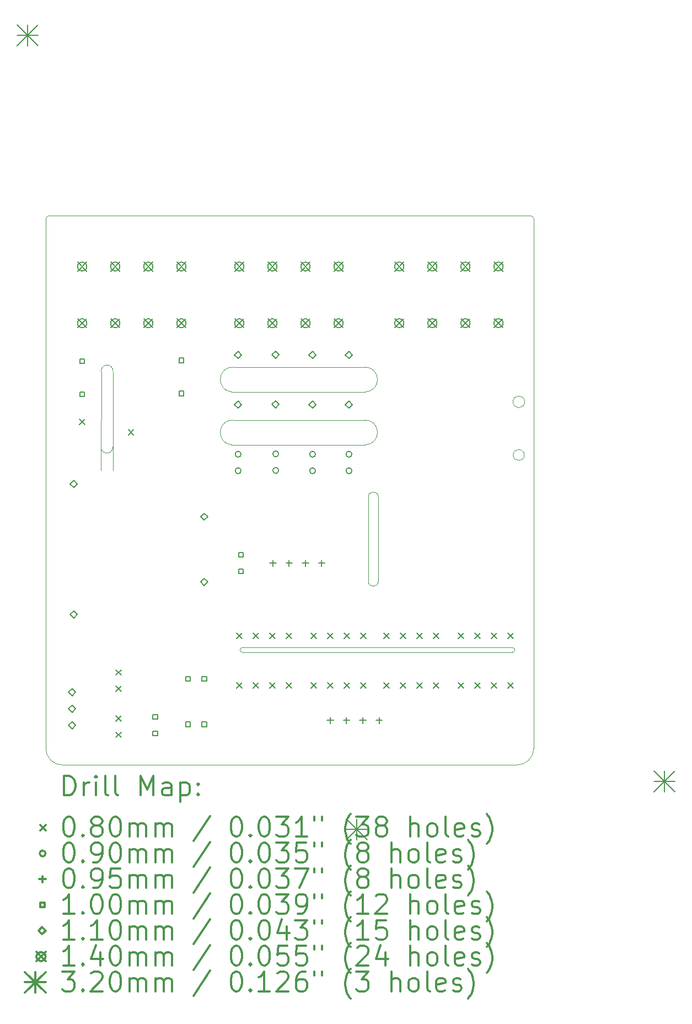
<source format=gbr>
%FSLAX45Y45*%
G04 Gerber Fmt 4.5, Leading zero omitted, Abs format (unit mm)*
G04 Created by KiCad (PCBNEW (5.1.6)-1) date 2021-11-05 18:09:48*
%MOMM*%
%LPD*%
G01*
G04 APERTURE LIST*
%TA.AperFunction,Profile*%
%ADD10C,0.050000*%
%TD*%
%TA.AperFunction,Profile*%
%ADD11C,0.100000*%
%TD*%
%ADD12C,0.200000*%
%ADD13C,0.300000*%
G04 APERTURE END LIST*
D10*
X19678650Y-13366750D02*
G75*
G02*
X19678650Y-13442950I0J-38100D01*
G01*
X15538450Y-13442950D02*
G75*
G02*
X15538450Y-13366750I0J38100D01*
G01*
X17418050Y-9061450D02*
G75*
G02*
X17418050Y-9442450I0J-190500D01*
G01*
X15371490Y-9441893D02*
G75*
G02*
X15386050Y-9061450I14560J189943D01*
G01*
D11*
X17418050Y-9442450D02*
X15371490Y-9441893D01*
X15386050Y-9061450D02*
X17418050Y-9061450D01*
D10*
X12515850Y-6788150D02*
G75*
G02*
X12566650Y-6737350I50800J0D01*
G01*
X17621250Y-12350750D02*
G75*
G02*
X17468850Y-12350750I-76200J0D01*
G01*
X17468850Y-11055350D02*
G75*
G02*
X17621250Y-11055350I76200J0D01*
G01*
D11*
X17621250Y-11055350D02*
X17621250Y-12350750D01*
X17468850Y-12350750D02*
X17468850Y-11055350D01*
X15538450Y-13366750D02*
X19678650Y-13366750D01*
X19678650Y-13442950D02*
X15538450Y-13442950D01*
D10*
X17418050Y-9874250D02*
G75*
G02*
X17418050Y-10255250I0J-190500D01*
G01*
X19958050Y-6737350D02*
G75*
G02*
X20008850Y-6788150I0J-50800D01*
G01*
X20008850Y-14916150D02*
G75*
G02*
X19754850Y-15170150I-254000J0D01*
G01*
X12769850Y-15170150D02*
G75*
G02*
X12515850Y-14916150I0J254000D01*
G01*
X19865681Y-10411120D02*
G75*
G03*
X19865681Y-10411120I-85431J0D01*
G01*
X19870053Y-9594850D02*
G75*
G03*
X19870053Y-9594850I-89803J0D01*
G01*
X15371490Y-10254693D02*
G75*
G02*
X15386050Y-9874250I14560J189943D01*
G01*
X13545650Y-10288350D02*
G75*
G02*
X13365650Y-10288350I-90000J-5000D01*
G01*
X13367650Y-9124950D02*
G75*
G02*
X13547650Y-9124950I90000J5000D01*
G01*
X13545650Y-10643950D02*
X13547650Y-9132950D01*
X13367650Y-9132950D02*
X13365650Y-10643950D01*
D11*
X15386050Y-9874250D02*
X17418050Y-9874250D01*
X17418050Y-10255250D02*
X15371490Y-10254693D01*
D10*
X12515850Y-14916150D02*
X12515850Y-6788150D01*
X19958050Y-6737350D02*
X12566650Y-6737350D01*
X19754850Y-15170150D02*
X12769850Y-15170150D01*
X20008850Y-14916150D02*
X20008850Y-6788150D01*
D12*
X15954250Y-13909350D02*
X16034250Y-13989350D01*
X16034250Y-13909350D02*
X15954250Y-13989350D01*
X17960850Y-13909350D02*
X18040850Y-13989350D01*
X18040850Y-13909350D02*
X17960850Y-13989350D01*
X18468850Y-13147350D02*
X18548850Y-13227350D01*
X18548850Y-13147350D02*
X18468850Y-13227350D01*
X18849850Y-13147350D02*
X18929850Y-13227350D01*
X18929850Y-13147350D02*
X18849850Y-13227350D01*
X18849850Y-13909350D02*
X18929850Y-13989350D01*
X18929850Y-13909350D02*
X18849850Y-13989350D01*
X19103850Y-13147350D02*
X19183850Y-13227350D01*
X19183850Y-13147350D02*
X19103850Y-13227350D01*
X19103850Y-13909350D02*
X19183850Y-13989350D01*
X19183850Y-13909350D02*
X19103850Y-13989350D01*
X19357850Y-13147350D02*
X19437850Y-13227350D01*
X19437850Y-13147350D02*
X19357850Y-13227350D01*
X19357850Y-13909350D02*
X19437850Y-13989350D01*
X19437850Y-13909350D02*
X19357850Y-13989350D01*
X19611850Y-13147350D02*
X19691850Y-13227350D01*
X19691850Y-13147350D02*
X19611850Y-13227350D01*
X19611850Y-13909350D02*
X19691850Y-13989350D01*
X19691850Y-13909350D02*
X19611850Y-13989350D01*
X13593450Y-13711750D02*
X13673450Y-13791750D01*
X13673450Y-13711750D02*
X13593450Y-13791750D01*
X13593450Y-13961750D02*
X13673450Y-14041750D01*
X13673450Y-13961750D02*
X13593450Y-14041750D01*
X13034650Y-9861417D02*
X13114650Y-9941417D01*
X13114650Y-9861417D02*
X13034650Y-9941417D01*
X13784650Y-10024750D02*
X13864650Y-10104750D01*
X13864650Y-10024750D02*
X13784650Y-10104750D01*
X13593450Y-14418950D02*
X13673450Y-14498950D01*
X13673450Y-14418950D02*
X13593450Y-14498950D01*
X13593450Y-14668950D02*
X13673450Y-14748950D01*
X13673450Y-14668950D02*
X13593450Y-14748950D01*
X15446250Y-13147350D02*
X15526250Y-13227350D01*
X15526250Y-13147350D02*
X15446250Y-13227350D01*
X15446250Y-13909350D02*
X15526250Y-13989350D01*
X15526250Y-13909350D02*
X15446250Y-13989350D01*
X15700250Y-13147350D02*
X15780250Y-13227350D01*
X15780250Y-13147350D02*
X15700250Y-13227350D01*
X15700250Y-13909350D02*
X15780250Y-13989350D01*
X15780250Y-13909350D02*
X15700250Y-13989350D01*
X15954250Y-13147350D02*
X16034250Y-13227350D01*
X16034250Y-13147350D02*
X15954250Y-13227350D01*
X16208250Y-13147350D02*
X16288250Y-13227350D01*
X16288250Y-13147350D02*
X16208250Y-13227350D01*
X16208250Y-13909350D02*
X16288250Y-13989350D01*
X16288250Y-13909350D02*
X16208250Y-13989350D01*
X17706850Y-13147350D02*
X17786850Y-13227350D01*
X17786850Y-13147350D02*
X17706850Y-13227350D01*
X17706850Y-13909350D02*
X17786850Y-13989350D01*
X17786850Y-13909350D02*
X17706850Y-13989350D01*
X17960850Y-13147350D02*
X18040850Y-13227350D01*
X18040850Y-13147350D02*
X17960850Y-13227350D01*
X18214850Y-13147350D02*
X18294850Y-13227350D01*
X18294850Y-13147350D02*
X18214850Y-13227350D01*
X18214850Y-13909350D02*
X18294850Y-13989350D01*
X18294850Y-13909350D02*
X18214850Y-13989350D01*
X18468850Y-13909350D02*
X18548850Y-13989350D01*
X18548850Y-13909350D02*
X18468850Y-13989350D01*
X16589250Y-13147350D02*
X16669250Y-13227350D01*
X16669250Y-13147350D02*
X16589250Y-13227350D01*
X16589250Y-13909350D02*
X16669250Y-13989350D01*
X16669250Y-13909350D02*
X16589250Y-13989350D01*
X16843250Y-13147350D02*
X16923250Y-13227350D01*
X16923250Y-13147350D02*
X16843250Y-13227350D01*
X16843250Y-13909350D02*
X16923250Y-13989350D01*
X16923250Y-13909350D02*
X16843250Y-13989350D01*
X17097250Y-13147350D02*
X17177250Y-13227350D01*
X17177250Y-13147350D02*
X17097250Y-13227350D01*
X17097250Y-13909350D02*
X17177250Y-13989350D01*
X17177250Y-13909350D02*
X17097250Y-13989350D01*
X17351250Y-13147350D02*
X17431250Y-13227350D01*
X17431250Y-13147350D02*
X17351250Y-13227350D01*
X17351250Y-13909350D02*
X17431250Y-13989350D01*
X17431250Y-13909350D02*
X17351250Y-13989350D01*
X15514650Y-10399350D02*
G75*
G03*
X15514650Y-10399350I-45000J0D01*
G01*
X15514650Y-10653350D02*
G75*
G03*
X15514650Y-10653350I-45000J0D01*
G01*
X17216450Y-10399350D02*
G75*
G03*
X17216450Y-10399350I-45000J0D01*
G01*
X17216450Y-10653350D02*
G75*
G03*
X17216450Y-10653350I-45000J0D01*
G01*
X16657650Y-10399350D02*
G75*
G03*
X16657650Y-10399350I-45000J0D01*
G01*
X16657650Y-10653350D02*
G75*
G03*
X16657650Y-10653350I-45000J0D01*
G01*
X16091450Y-10394950D02*
G75*
G03*
X16091450Y-10394950I-45000J0D01*
G01*
X16091450Y-10648950D02*
G75*
G03*
X16091450Y-10648950I-45000J0D01*
G01*
X16003650Y-12023850D02*
X16003650Y-12118850D01*
X15956150Y-12071350D02*
X16051150Y-12071350D01*
X16253650Y-12023850D02*
X16253650Y-12118850D01*
X16206150Y-12071350D02*
X16301150Y-12071350D01*
X16503650Y-12023850D02*
X16503650Y-12118850D01*
X16456150Y-12071350D02*
X16551150Y-12071350D01*
X16753650Y-12023850D02*
X16753650Y-12118850D01*
X16706150Y-12071350D02*
X16801150Y-12071350D01*
X16884650Y-14436850D02*
X16884650Y-14531850D01*
X16837150Y-14484350D02*
X16932150Y-14484350D01*
X17134650Y-14436850D02*
X17134650Y-14531850D01*
X17087150Y-14484350D02*
X17182150Y-14484350D01*
X17384650Y-14436850D02*
X17384650Y-14531850D01*
X17337150Y-14484350D02*
X17432150Y-14484350D01*
X17634650Y-14436850D02*
X17634650Y-14531850D01*
X17587150Y-14484350D02*
X17682150Y-14484350D01*
X14735606Y-13884706D02*
X14735606Y-13813994D01*
X14664894Y-13813994D01*
X14664894Y-13884706D01*
X14735606Y-13884706D01*
X14985606Y-13884706D02*
X14985606Y-13813994D01*
X14914894Y-13813994D01*
X14914894Y-13884706D01*
X14985606Y-13884706D01*
X14232686Y-14466366D02*
X14232686Y-14395654D01*
X14161974Y-14395654D01*
X14161974Y-14466366D01*
X14232686Y-14466366D01*
X14232686Y-14720366D02*
X14232686Y-14649654D01*
X14161974Y-14649654D01*
X14161974Y-14720366D01*
X14232686Y-14720366D01*
X14634006Y-8995206D02*
X14634006Y-8924494D01*
X14563294Y-8924494D01*
X14563294Y-8995206D01*
X14634006Y-8995206D01*
X14634006Y-9503206D02*
X14634006Y-9432494D01*
X14563294Y-9432494D01*
X14563294Y-9503206D01*
X14634006Y-9503206D01*
X15548406Y-11979706D02*
X15548406Y-11908994D01*
X15477694Y-11908994D01*
X15477694Y-11979706D01*
X15548406Y-11979706D01*
X15548406Y-12233706D02*
X15548406Y-12162994D01*
X15477694Y-12162994D01*
X15477694Y-12233706D01*
X15548406Y-12233706D01*
X13110006Y-9007906D02*
X13110006Y-8937194D01*
X13039294Y-8937194D01*
X13039294Y-9007906D01*
X13110006Y-9007906D01*
X13110006Y-9515906D02*
X13110006Y-9445194D01*
X13039294Y-9445194D01*
X13039294Y-9515906D01*
X13110006Y-9515906D01*
X14734526Y-14580666D02*
X14734526Y-14509954D01*
X14663814Y-14509954D01*
X14663814Y-14580666D01*
X14734526Y-14580666D01*
X14984526Y-14580666D02*
X14984526Y-14509954D01*
X14913814Y-14509954D01*
X14913814Y-14580666D01*
X14984526Y-14580666D01*
X12947650Y-10913750D02*
X13002650Y-10858750D01*
X12947650Y-10803750D01*
X12892650Y-10858750D01*
X12947650Y-10913750D01*
X12947650Y-12913750D02*
X13002650Y-12858750D01*
X12947650Y-12803750D01*
X12892650Y-12858750D01*
X12947650Y-12913750D01*
X14947650Y-11413750D02*
X15002650Y-11358750D01*
X14947650Y-11303750D01*
X14892650Y-11358750D01*
X14947650Y-11413750D01*
X14947650Y-12413750D02*
X15002650Y-12358750D01*
X14947650Y-12303750D01*
X14892650Y-12358750D01*
X14947650Y-12413750D01*
X15469650Y-8930350D02*
X15524650Y-8875350D01*
X15469650Y-8820350D01*
X15414650Y-8875350D01*
X15469650Y-8930350D01*
X15469650Y-9692350D02*
X15524650Y-9637350D01*
X15469650Y-9582350D01*
X15414650Y-9637350D01*
X15469650Y-9692350D01*
X17171450Y-8930350D02*
X17226450Y-8875350D01*
X17171450Y-8820350D01*
X17116450Y-8875350D01*
X17171450Y-8930350D01*
X17171450Y-9692350D02*
X17226450Y-9637350D01*
X17171450Y-9582350D01*
X17116450Y-9637350D01*
X17171450Y-9692350D01*
X16612650Y-8930350D02*
X16667650Y-8875350D01*
X16612650Y-8820350D01*
X16557650Y-8875350D01*
X16612650Y-8930350D01*
X16612650Y-9692350D02*
X16667650Y-9637350D01*
X16612650Y-9582350D01*
X16557650Y-9637350D01*
X16612650Y-9692350D01*
X12922250Y-14107550D02*
X12977250Y-14052550D01*
X12922250Y-13997550D01*
X12867250Y-14052550D01*
X12922250Y-14107550D01*
X12922250Y-14361550D02*
X12977250Y-14306550D01*
X12922250Y-14251550D01*
X12867250Y-14306550D01*
X12922250Y-14361550D01*
X12922250Y-14615550D02*
X12977250Y-14560550D01*
X12922250Y-14505550D01*
X12867250Y-14560550D01*
X12922250Y-14615550D01*
X16046450Y-8925950D02*
X16101450Y-8870950D01*
X16046450Y-8815950D01*
X15991450Y-8870950D01*
X16046450Y-8925950D01*
X16046450Y-9687950D02*
X16101450Y-9632950D01*
X16046450Y-9577950D01*
X15991450Y-9632950D01*
X16046450Y-9687950D01*
X13004650Y-7448350D02*
X13144650Y-7588350D01*
X13144650Y-7448350D02*
X13004650Y-7588350D01*
X13144650Y-7518350D02*
G75*
G03*
X13144650Y-7518350I-70000J0D01*
G01*
X13004650Y-8318350D02*
X13144650Y-8458350D01*
X13144650Y-8318350D02*
X13004650Y-8458350D01*
X13144650Y-8388350D02*
G75*
G03*
X13144650Y-8388350I-70000J0D01*
G01*
X13512650Y-7448350D02*
X13652650Y-7588350D01*
X13652650Y-7448350D02*
X13512650Y-7588350D01*
X13652650Y-7518350D02*
G75*
G03*
X13652650Y-7518350I-70000J0D01*
G01*
X13512650Y-8318350D02*
X13652650Y-8458350D01*
X13652650Y-8318350D02*
X13512650Y-8458350D01*
X13652650Y-8388350D02*
G75*
G03*
X13652650Y-8388350I-70000J0D01*
G01*
X14020650Y-7448350D02*
X14160650Y-7588350D01*
X14160650Y-7448350D02*
X14020650Y-7588350D01*
X14160650Y-7518350D02*
G75*
G03*
X14160650Y-7518350I-70000J0D01*
G01*
X14020650Y-8318350D02*
X14160650Y-8458350D01*
X14160650Y-8318350D02*
X14020650Y-8458350D01*
X14160650Y-8388350D02*
G75*
G03*
X14160650Y-8388350I-70000J0D01*
G01*
X14528650Y-7448350D02*
X14668650Y-7588350D01*
X14668650Y-7448350D02*
X14528650Y-7588350D01*
X14668650Y-7518350D02*
G75*
G03*
X14668650Y-7518350I-70000J0D01*
G01*
X14528650Y-8318350D02*
X14668650Y-8458350D01*
X14668650Y-8318350D02*
X14528650Y-8458350D01*
X14668650Y-8388350D02*
G75*
G03*
X14668650Y-8388350I-70000J0D01*
G01*
X17874350Y-7447150D02*
X18014350Y-7587150D01*
X18014350Y-7447150D02*
X17874350Y-7587150D01*
X18014350Y-7517150D02*
G75*
G03*
X18014350Y-7517150I-70000J0D01*
G01*
X17874350Y-8317150D02*
X18014350Y-8457150D01*
X18014350Y-8317150D02*
X17874350Y-8457150D01*
X18014350Y-8387150D02*
G75*
G03*
X18014350Y-8387150I-70000J0D01*
G01*
X18382350Y-7447150D02*
X18522350Y-7587150D01*
X18522350Y-7447150D02*
X18382350Y-7587150D01*
X18522350Y-7517150D02*
G75*
G03*
X18522350Y-7517150I-70000J0D01*
G01*
X18382350Y-8317150D02*
X18522350Y-8457150D01*
X18522350Y-8317150D02*
X18382350Y-8457150D01*
X18522350Y-8387150D02*
G75*
G03*
X18522350Y-8387150I-70000J0D01*
G01*
X18890350Y-7447150D02*
X19030350Y-7587150D01*
X19030350Y-7447150D02*
X18890350Y-7587150D01*
X19030350Y-7517150D02*
G75*
G03*
X19030350Y-7517150I-70000J0D01*
G01*
X18890350Y-8317150D02*
X19030350Y-8457150D01*
X19030350Y-8317150D02*
X18890350Y-8457150D01*
X19030350Y-8387150D02*
G75*
G03*
X19030350Y-8387150I-70000J0D01*
G01*
X19398350Y-7447150D02*
X19538350Y-7587150D01*
X19538350Y-7447150D02*
X19398350Y-7587150D01*
X19538350Y-7517150D02*
G75*
G03*
X19538350Y-7517150I-70000J0D01*
G01*
X19398350Y-8317150D02*
X19538350Y-8457150D01*
X19538350Y-8317150D02*
X19398350Y-8457150D01*
X19538350Y-8387150D02*
G75*
G03*
X19538350Y-8387150I-70000J0D01*
G01*
X15417650Y-7448350D02*
X15557650Y-7588350D01*
X15557650Y-7448350D02*
X15417650Y-7588350D01*
X15557650Y-7518350D02*
G75*
G03*
X15557650Y-7518350I-70000J0D01*
G01*
X15417650Y-8318350D02*
X15557650Y-8458350D01*
X15557650Y-8318350D02*
X15417650Y-8458350D01*
X15557650Y-8388350D02*
G75*
G03*
X15557650Y-8388350I-70000J0D01*
G01*
X15925650Y-7448350D02*
X16065650Y-7588350D01*
X16065650Y-7448350D02*
X15925650Y-7588350D01*
X16065650Y-7518350D02*
G75*
G03*
X16065650Y-7518350I-70000J0D01*
G01*
X15925650Y-8318350D02*
X16065650Y-8458350D01*
X16065650Y-8318350D02*
X15925650Y-8458350D01*
X16065650Y-8388350D02*
G75*
G03*
X16065650Y-8388350I-70000J0D01*
G01*
X16433650Y-7448350D02*
X16573650Y-7588350D01*
X16573650Y-7448350D02*
X16433650Y-7588350D01*
X16573650Y-7518350D02*
G75*
G03*
X16573650Y-7518350I-70000J0D01*
G01*
X16433650Y-8318350D02*
X16573650Y-8458350D01*
X16573650Y-8318350D02*
X16433650Y-8458350D01*
X16573650Y-8388350D02*
G75*
G03*
X16573650Y-8388350I-70000J0D01*
G01*
X16941650Y-7448350D02*
X17081650Y-7588350D01*
X17081650Y-7448350D02*
X16941650Y-7588350D01*
X17081650Y-7518350D02*
G75*
G03*
X17081650Y-7518350I-70000J0D01*
G01*
X16941650Y-8318350D02*
X17081650Y-8458350D01*
X17081650Y-8318350D02*
X16941650Y-8458350D01*
X17081650Y-8388350D02*
G75*
G03*
X17081650Y-8388350I-70000J0D01*
G01*
X17131050Y-16000750D02*
X17451050Y-16320750D01*
X17451050Y-16000750D02*
X17131050Y-16320750D01*
X17291050Y-16000750D02*
X17291050Y-16320750D01*
X17131050Y-16160750D02*
X17451050Y-16160750D01*
X21855450Y-15264150D02*
X22175450Y-15584150D01*
X22175450Y-15264150D02*
X21855450Y-15584150D01*
X22015450Y-15264150D02*
X22015450Y-15584150D01*
X21855450Y-15424150D02*
X22175450Y-15424150D01*
X12076450Y-3808750D02*
X12396450Y-4128750D01*
X12396450Y-3808750D02*
X12076450Y-4128750D01*
X12236450Y-3808750D02*
X12236450Y-4128750D01*
X12076450Y-3968750D02*
X12396450Y-3968750D01*
D13*
X12799778Y-15638364D02*
X12799778Y-15338364D01*
X12871207Y-15338364D01*
X12914064Y-15352650D01*
X12942636Y-15381221D01*
X12956921Y-15409793D01*
X12971207Y-15466936D01*
X12971207Y-15509793D01*
X12956921Y-15566936D01*
X12942636Y-15595507D01*
X12914064Y-15624079D01*
X12871207Y-15638364D01*
X12799778Y-15638364D01*
X13099778Y-15638364D02*
X13099778Y-15438364D01*
X13099778Y-15495507D02*
X13114064Y-15466936D01*
X13128350Y-15452650D01*
X13156921Y-15438364D01*
X13185493Y-15438364D01*
X13285493Y-15638364D02*
X13285493Y-15438364D01*
X13285493Y-15338364D02*
X13271207Y-15352650D01*
X13285493Y-15366936D01*
X13299778Y-15352650D01*
X13285493Y-15338364D01*
X13285493Y-15366936D01*
X13471207Y-15638364D02*
X13442636Y-15624079D01*
X13428350Y-15595507D01*
X13428350Y-15338364D01*
X13628350Y-15638364D02*
X13599778Y-15624079D01*
X13585493Y-15595507D01*
X13585493Y-15338364D01*
X13971207Y-15638364D02*
X13971207Y-15338364D01*
X14071207Y-15552650D01*
X14171207Y-15338364D01*
X14171207Y-15638364D01*
X14442636Y-15638364D02*
X14442636Y-15481221D01*
X14428350Y-15452650D01*
X14399778Y-15438364D01*
X14342636Y-15438364D01*
X14314064Y-15452650D01*
X14442636Y-15624079D02*
X14414064Y-15638364D01*
X14342636Y-15638364D01*
X14314064Y-15624079D01*
X14299778Y-15595507D01*
X14299778Y-15566936D01*
X14314064Y-15538364D01*
X14342636Y-15524079D01*
X14414064Y-15524079D01*
X14442636Y-15509793D01*
X14585493Y-15438364D02*
X14585493Y-15738364D01*
X14585493Y-15452650D02*
X14614064Y-15438364D01*
X14671207Y-15438364D01*
X14699778Y-15452650D01*
X14714064Y-15466936D01*
X14728350Y-15495507D01*
X14728350Y-15581221D01*
X14714064Y-15609793D01*
X14699778Y-15624079D01*
X14671207Y-15638364D01*
X14614064Y-15638364D01*
X14585493Y-15624079D01*
X14856921Y-15609793D02*
X14871207Y-15624079D01*
X14856921Y-15638364D01*
X14842636Y-15624079D01*
X14856921Y-15609793D01*
X14856921Y-15638364D01*
X14856921Y-15452650D02*
X14871207Y-15466936D01*
X14856921Y-15481221D01*
X14842636Y-15466936D01*
X14856921Y-15452650D01*
X14856921Y-15481221D01*
X12433350Y-16092650D02*
X12513350Y-16172650D01*
X12513350Y-16092650D02*
X12433350Y-16172650D01*
X12856921Y-15968364D02*
X12885493Y-15968364D01*
X12914064Y-15982650D01*
X12928350Y-15996936D01*
X12942636Y-16025507D01*
X12956921Y-16082650D01*
X12956921Y-16154079D01*
X12942636Y-16211221D01*
X12928350Y-16239793D01*
X12914064Y-16254079D01*
X12885493Y-16268364D01*
X12856921Y-16268364D01*
X12828350Y-16254079D01*
X12814064Y-16239793D01*
X12799778Y-16211221D01*
X12785493Y-16154079D01*
X12785493Y-16082650D01*
X12799778Y-16025507D01*
X12814064Y-15996936D01*
X12828350Y-15982650D01*
X12856921Y-15968364D01*
X13085493Y-16239793D02*
X13099778Y-16254079D01*
X13085493Y-16268364D01*
X13071207Y-16254079D01*
X13085493Y-16239793D01*
X13085493Y-16268364D01*
X13271207Y-16096936D02*
X13242636Y-16082650D01*
X13228350Y-16068364D01*
X13214064Y-16039793D01*
X13214064Y-16025507D01*
X13228350Y-15996936D01*
X13242636Y-15982650D01*
X13271207Y-15968364D01*
X13328350Y-15968364D01*
X13356921Y-15982650D01*
X13371207Y-15996936D01*
X13385493Y-16025507D01*
X13385493Y-16039793D01*
X13371207Y-16068364D01*
X13356921Y-16082650D01*
X13328350Y-16096936D01*
X13271207Y-16096936D01*
X13242636Y-16111221D01*
X13228350Y-16125507D01*
X13214064Y-16154079D01*
X13214064Y-16211221D01*
X13228350Y-16239793D01*
X13242636Y-16254079D01*
X13271207Y-16268364D01*
X13328350Y-16268364D01*
X13356921Y-16254079D01*
X13371207Y-16239793D01*
X13385493Y-16211221D01*
X13385493Y-16154079D01*
X13371207Y-16125507D01*
X13356921Y-16111221D01*
X13328350Y-16096936D01*
X13571207Y-15968364D02*
X13599778Y-15968364D01*
X13628350Y-15982650D01*
X13642636Y-15996936D01*
X13656921Y-16025507D01*
X13671207Y-16082650D01*
X13671207Y-16154079D01*
X13656921Y-16211221D01*
X13642636Y-16239793D01*
X13628350Y-16254079D01*
X13599778Y-16268364D01*
X13571207Y-16268364D01*
X13542636Y-16254079D01*
X13528350Y-16239793D01*
X13514064Y-16211221D01*
X13499778Y-16154079D01*
X13499778Y-16082650D01*
X13514064Y-16025507D01*
X13528350Y-15996936D01*
X13542636Y-15982650D01*
X13571207Y-15968364D01*
X13799778Y-16268364D02*
X13799778Y-16068364D01*
X13799778Y-16096936D02*
X13814064Y-16082650D01*
X13842636Y-16068364D01*
X13885493Y-16068364D01*
X13914064Y-16082650D01*
X13928350Y-16111221D01*
X13928350Y-16268364D01*
X13928350Y-16111221D02*
X13942636Y-16082650D01*
X13971207Y-16068364D01*
X14014064Y-16068364D01*
X14042636Y-16082650D01*
X14056921Y-16111221D01*
X14056921Y-16268364D01*
X14199778Y-16268364D02*
X14199778Y-16068364D01*
X14199778Y-16096936D02*
X14214064Y-16082650D01*
X14242636Y-16068364D01*
X14285493Y-16068364D01*
X14314064Y-16082650D01*
X14328350Y-16111221D01*
X14328350Y-16268364D01*
X14328350Y-16111221D02*
X14342636Y-16082650D01*
X14371207Y-16068364D01*
X14414064Y-16068364D01*
X14442636Y-16082650D01*
X14456921Y-16111221D01*
X14456921Y-16268364D01*
X15042636Y-15954079D02*
X14785493Y-16339793D01*
X15428350Y-15968364D02*
X15456921Y-15968364D01*
X15485493Y-15982650D01*
X15499778Y-15996936D01*
X15514064Y-16025507D01*
X15528350Y-16082650D01*
X15528350Y-16154079D01*
X15514064Y-16211221D01*
X15499778Y-16239793D01*
X15485493Y-16254079D01*
X15456921Y-16268364D01*
X15428350Y-16268364D01*
X15399778Y-16254079D01*
X15385493Y-16239793D01*
X15371207Y-16211221D01*
X15356921Y-16154079D01*
X15356921Y-16082650D01*
X15371207Y-16025507D01*
X15385493Y-15996936D01*
X15399778Y-15982650D01*
X15428350Y-15968364D01*
X15656921Y-16239793D02*
X15671207Y-16254079D01*
X15656921Y-16268364D01*
X15642636Y-16254079D01*
X15656921Y-16239793D01*
X15656921Y-16268364D01*
X15856921Y-15968364D02*
X15885493Y-15968364D01*
X15914064Y-15982650D01*
X15928350Y-15996936D01*
X15942636Y-16025507D01*
X15956921Y-16082650D01*
X15956921Y-16154079D01*
X15942636Y-16211221D01*
X15928350Y-16239793D01*
X15914064Y-16254079D01*
X15885493Y-16268364D01*
X15856921Y-16268364D01*
X15828350Y-16254079D01*
X15814064Y-16239793D01*
X15799778Y-16211221D01*
X15785493Y-16154079D01*
X15785493Y-16082650D01*
X15799778Y-16025507D01*
X15814064Y-15996936D01*
X15828350Y-15982650D01*
X15856921Y-15968364D01*
X16056921Y-15968364D02*
X16242636Y-15968364D01*
X16142636Y-16082650D01*
X16185493Y-16082650D01*
X16214064Y-16096936D01*
X16228350Y-16111221D01*
X16242636Y-16139793D01*
X16242636Y-16211221D01*
X16228350Y-16239793D01*
X16214064Y-16254079D01*
X16185493Y-16268364D01*
X16099778Y-16268364D01*
X16071207Y-16254079D01*
X16056921Y-16239793D01*
X16528350Y-16268364D02*
X16356921Y-16268364D01*
X16442636Y-16268364D02*
X16442636Y-15968364D01*
X16414064Y-16011221D01*
X16385493Y-16039793D01*
X16356921Y-16054079D01*
X16642636Y-15968364D02*
X16642636Y-16025507D01*
X16756921Y-15968364D02*
X16756921Y-16025507D01*
X17199778Y-16382650D02*
X17185493Y-16368364D01*
X17156921Y-16325507D01*
X17142636Y-16296936D01*
X17128350Y-16254079D01*
X17114064Y-16182650D01*
X17114064Y-16125507D01*
X17128350Y-16054079D01*
X17142636Y-16011221D01*
X17156921Y-15982650D01*
X17185493Y-15939793D01*
X17199778Y-15925507D01*
X17285493Y-15968364D02*
X17471207Y-15968364D01*
X17371207Y-16082650D01*
X17414064Y-16082650D01*
X17442636Y-16096936D01*
X17456921Y-16111221D01*
X17471207Y-16139793D01*
X17471207Y-16211221D01*
X17456921Y-16239793D01*
X17442636Y-16254079D01*
X17414064Y-16268364D01*
X17328350Y-16268364D01*
X17299778Y-16254079D01*
X17285493Y-16239793D01*
X17642636Y-16096936D02*
X17614064Y-16082650D01*
X17599778Y-16068364D01*
X17585493Y-16039793D01*
X17585493Y-16025507D01*
X17599778Y-15996936D01*
X17614064Y-15982650D01*
X17642636Y-15968364D01*
X17699778Y-15968364D01*
X17728350Y-15982650D01*
X17742636Y-15996936D01*
X17756921Y-16025507D01*
X17756921Y-16039793D01*
X17742636Y-16068364D01*
X17728350Y-16082650D01*
X17699778Y-16096936D01*
X17642636Y-16096936D01*
X17614064Y-16111221D01*
X17599778Y-16125507D01*
X17585493Y-16154079D01*
X17585493Y-16211221D01*
X17599778Y-16239793D01*
X17614064Y-16254079D01*
X17642636Y-16268364D01*
X17699778Y-16268364D01*
X17728350Y-16254079D01*
X17742636Y-16239793D01*
X17756921Y-16211221D01*
X17756921Y-16154079D01*
X17742636Y-16125507D01*
X17728350Y-16111221D01*
X17699778Y-16096936D01*
X18114064Y-16268364D02*
X18114064Y-15968364D01*
X18242636Y-16268364D02*
X18242636Y-16111221D01*
X18228350Y-16082650D01*
X18199778Y-16068364D01*
X18156921Y-16068364D01*
X18128350Y-16082650D01*
X18114064Y-16096936D01*
X18428350Y-16268364D02*
X18399778Y-16254079D01*
X18385493Y-16239793D01*
X18371207Y-16211221D01*
X18371207Y-16125507D01*
X18385493Y-16096936D01*
X18399778Y-16082650D01*
X18428350Y-16068364D01*
X18471207Y-16068364D01*
X18499778Y-16082650D01*
X18514064Y-16096936D01*
X18528350Y-16125507D01*
X18528350Y-16211221D01*
X18514064Y-16239793D01*
X18499778Y-16254079D01*
X18471207Y-16268364D01*
X18428350Y-16268364D01*
X18699778Y-16268364D02*
X18671207Y-16254079D01*
X18656921Y-16225507D01*
X18656921Y-15968364D01*
X18928350Y-16254079D02*
X18899778Y-16268364D01*
X18842636Y-16268364D01*
X18814064Y-16254079D01*
X18799778Y-16225507D01*
X18799778Y-16111221D01*
X18814064Y-16082650D01*
X18842636Y-16068364D01*
X18899778Y-16068364D01*
X18928350Y-16082650D01*
X18942636Y-16111221D01*
X18942636Y-16139793D01*
X18799778Y-16168364D01*
X19056921Y-16254079D02*
X19085493Y-16268364D01*
X19142636Y-16268364D01*
X19171207Y-16254079D01*
X19185493Y-16225507D01*
X19185493Y-16211221D01*
X19171207Y-16182650D01*
X19142636Y-16168364D01*
X19099778Y-16168364D01*
X19071207Y-16154079D01*
X19056921Y-16125507D01*
X19056921Y-16111221D01*
X19071207Y-16082650D01*
X19099778Y-16068364D01*
X19142636Y-16068364D01*
X19171207Y-16082650D01*
X19285493Y-16382650D02*
X19299778Y-16368364D01*
X19328350Y-16325507D01*
X19342636Y-16296936D01*
X19356921Y-16254079D01*
X19371207Y-16182650D01*
X19371207Y-16125507D01*
X19356921Y-16054079D01*
X19342636Y-16011221D01*
X19328350Y-15982650D01*
X19299778Y-15939793D01*
X19285493Y-15925507D01*
X12513350Y-16528650D02*
G75*
G03*
X12513350Y-16528650I-45000J0D01*
G01*
X12856921Y-16364364D02*
X12885493Y-16364364D01*
X12914064Y-16378650D01*
X12928350Y-16392936D01*
X12942636Y-16421507D01*
X12956921Y-16478650D01*
X12956921Y-16550079D01*
X12942636Y-16607221D01*
X12928350Y-16635793D01*
X12914064Y-16650079D01*
X12885493Y-16664364D01*
X12856921Y-16664364D01*
X12828350Y-16650079D01*
X12814064Y-16635793D01*
X12799778Y-16607221D01*
X12785493Y-16550079D01*
X12785493Y-16478650D01*
X12799778Y-16421507D01*
X12814064Y-16392936D01*
X12828350Y-16378650D01*
X12856921Y-16364364D01*
X13085493Y-16635793D02*
X13099778Y-16650079D01*
X13085493Y-16664364D01*
X13071207Y-16650079D01*
X13085493Y-16635793D01*
X13085493Y-16664364D01*
X13242636Y-16664364D02*
X13299778Y-16664364D01*
X13328350Y-16650079D01*
X13342636Y-16635793D01*
X13371207Y-16592936D01*
X13385493Y-16535793D01*
X13385493Y-16421507D01*
X13371207Y-16392936D01*
X13356921Y-16378650D01*
X13328350Y-16364364D01*
X13271207Y-16364364D01*
X13242636Y-16378650D01*
X13228350Y-16392936D01*
X13214064Y-16421507D01*
X13214064Y-16492936D01*
X13228350Y-16521507D01*
X13242636Y-16535793D01*
X13271207Y-16550079D01*
X13328350Y-16550079D01*
X13356921Y-16535793D01*
X13371207Y-16521507D01*
X13385493Y-16492936D01*
X13571207Y-16364364D02*
X13599778Y-16364364D01*
X13628350Y-16378650D01*
X13642636Y-16392936D01*
X13656921Y-16421507D01*
X13671207Y-16478650D01*
X13671207Y-16550079D01*
X13656921Y-16607221D01*
X13642636Y-16635793D01*
X13628350Y-16650079D01*
X13599778Y-16664364D01*
X13571207Y-16664364D01*
X13542636Y-16650079D01*
X13528350Y-16635793D01*
X13514064Y-16607221D01*
X13499778Y-16550079D01*
X13499778Y-16478650D01*
X13514064Y-16421507D01*
X13528350Y-16392936D01*
X13542636Y-16378650D01*
X13571207Y-16364364D01*
X13799778Y-16664364D02*
X13799778Y-16464364D01*
X13799778Y-16492936D02*
X13814064Y-16478650D01*
X13842636Y-16464364D01*
X13885493Y-16464364D01*
X13914064Y-16478650D01*
X13928350Y-16507221D01*
X13928350Y-16664364D01*
X13928350Y-16507221D02*
X13942636Y-16478650D01*
X13971207Y-16464364D01*
X14014064Y-16464364D01*
X14042636Y-16478650D01*
X14056921Y-16507221D01*
X14056921Y-16664364D01*
X14199778Y-16664364D02*
X14199778Y-16464364D01*
X14199778Y-16492936D02*
X14214064Y-16478650D01*
X14242636Y-16464364D01*
X14285493Y-16464364D01*
X14314064Y-16478650D01*
X14328350Y-16507221D01*
X14328350Y-16664364D01*
X14328350Y-16507221D02*
X14342636Y-16478650D01*
X14371207Y-16464364D01*
X14414064Y-16464364D01*
X14442636Y-16478650D01*
X14456921Y-16507221D01*
X14456921Y-16664364D01*
X15042636Y-16350079D02*
X14785493Y-16735793D01*
X15428350Y-16364364D02*
X15456921Y-16364364D01*
X15485493Y-16378650D01*
X15499778Y-16392936D01*
X15514064Y-16421507D01*
X15528350Y-16478650D01*
X15528350Y-16550079D01*
X15514064Y-16607221D01*
X15499778Y-16635793D01*
X15485493Y-16650079D01*
X15456921Y-16664364D01*
X15428350Y-16664364D01*
X15399778Y-16650079D01*
X15385493Y-16635793D01*
X15371207Y-16607221D01*
X15356921Y-16550079D01*
X15356921Y-16478650D01*
X15371207Y-16421507D01*
X15385493Y-16392936D01*
X15399778Y-16378650D01*
X15428350Y-16364364D01*
X15656921Y-16635793D02*
X15671207Y-16650079D01*
X15656921Y-16664364D01*
X15642636Y-16650079D01*
X15656921Y-16635793D01*
X15656921Y-16664364D01*
X15856921Y-16364364D02*
X15885493Y-16364364D01*
X15914064Y-16378650D01*
X15928350Y-16392936D01*
X15942636Y-16421507D01*
X15956921Y-16478650D01*
X15956921Y-16550079D01*
X15942636Y-16607221D01*
X15928350Y-16635793D01*
X15914064Y-16650079D01*
X15885493Y-16664364D01*
X15856921Y-16664364D01*
X15828350Y-16650079D01*
X15814064Y-16635793D01*
X15799778Y-16607221D01*
X15785493Y-16550079D01*
X15785493Y-16478650D01*
X15799778Y-16421507D01*
X15814064Y-16392936D01*
X15828350Y-16378650D01*
X15856921Y-16364364D01*
X16056921Y-16364364D02*
X16242636Y-16364364D01*
X16142636Y-16478650D01*
X16185493Y-16478650D01*
X16214064Y-16492936D01*
X16228350Y-16507221D01*
X16242636Y-16535793D01*
X16242636Y-16607221D01*
X16228350Y-16635793D01*
X16214064Y-16650079D01*
X16185493Y-16664364D01*
X16099778Y-16664364D01*
X16071207Y-16650079D01*
X16056921Y-16635793D01*
X16514064Y-16364364D02*
X16371207Y-16364364D01*
X16356921Y-16507221D01*
X16371207Y-16492936D01*
X16399778Y-16478650D01*
X16471207Y-16478650D01*
X16499778Y-16492936D01*
X16514064Y-16507221D01*
X16528350Y-16535793D01*
X16528350Y-16607221D01*
X16514064Y-16635793D01*
X16499778Y-16650079D01*
X16471207Y-16664364D01*
X16399778Y-16664364D01*
X16371207Y-16650079D01*
X16356921Y-16635793D01*
X16642636Y-16364364D02*
X16642636Y-16421507D01*
X16756921Y-16364364D02*
X16756921Y-16421507D01*
X17199778Y-16778650D02*
X17185493Y-16764364D01*
X17156921Y-16721507D01*
X17142636Y-16692936D01*
X17128350Y-16650079D01*
X17114064Y-16578650D01*
X17114064Y-16521507D01*
X17128350Y-16450079D01*
X17142636Y-16407221D01*
X17156921Y-16378650D01*
X17185493Y-16335793D01*
X17199778Y-16321507D01*
X17356921Y-16492936D02*
X17328350Y-16478650D01*
X17314064Y-16464364D01*
X17299778Y-16435793D01*
X17299778Y-16421507D01*
X17314064Y-16392936D01*
X17328350Y-16378650D01*
X17356921Y-16364364D01*
X17414064Y-16364364D01*
X17442636Y-16378650D01*
X17456921Y-16392936D01*
X17471207Y-16421507D01*
X17471207Y-16435793D01*
X17456921Y-16464364D01*
X17442636Y-16478650D01*
X17414064Y-16492936D01*
X17356921Y-16492936D01*
X17328350Y-16507221D01*
X17314064Y-16521507D01*
X17299778Y-16550079D01*
X17299778Y-16607221D01*
X17314064Y-16635793D01*
X17328350Y-16650079D01*
X17356921Y-16664364D01*
X17414064Y-16664364D01*
X17442636Y-16650079D01*
X17456921Y-16635793D01*
X17471207Y-16607221D01*
X17471207Y-16550079D01*
X17456921Y-16521507D01*
X17442636Y-16507221D01*
X17414064Y-16492936D01*
X17828350Y-16664364D02*
X17828350Y-16364364D01*
X17956921Y-16664364D02*
X17956921Y-16507221D01*
X17942636Y-16478650D01*
X17914064Y-16464364D01*
X17871207Y-16464364D01*
X17842636Y-16478650D01*
X17828350Y-16492936D01*
X18142636Y-16664364D02*
X18114064Y-16650079D01*
X18099778Y-16635793D01*
X18085493Y-16607221D01*
X18085493Y-16521507D01*
X18099778Y-16492936D01*
X18114064Y-16478650D01*
X18142636Y-16464364D01*
X18185493Y-16464364D01*
X18214064Y-16478650D01*
X18228350Y-16492936D01*
X18242636Y-16521507D01*
X18242636Y-16607221D01*
X18228350Y-16635793D01*
X18214064Y-16650079D01*
X18185493Y-16664364D01*
X18142636Y-16664364D01*
X18414064Y-16664364D02*
X18385493Y-16650079D01*
X18371207Y-16621507D01*
X18371207Y-16364364D01*
X18642636Y-16650079D02*
X18614064Y-16664364D01*
X18556921Y-16664364D01*
X18528350Y-16650079D01*
X18514064Y-16621507D01*
X18514064Y-16507221D01*
X18528350Y-16478650D01*
X18556921Y-16464364D01*
X18614064Y-16464364D01*
X18642636Y-16478650D01*
X18656921Y-16507221D01*
X18656921Y-16535793D01*
X18514064Y-16564364D01*
X18771207Y-16650079D02*
X18799778Y-16664364D01*
X18856921Y-16664364D01*
X18885493Y-16650079D01*
X18899778Y-16621507D01*
X18899778Y-16607221D01*
X18885493Y-16578650D01*
X18856921Y-16564364D01*
X18814064Y-16564364D01*
X18785493Y-16550079D01*
X18771207Y-16521507D01*
X18771207Y-16507221D01*
X18785493Y-16478650D01*
X18814064Y-16464364D01*
X18856921Y-16464364D01*
X18885493Y-16478650D01*
X18999778Y-16778650D02*
X19014064Y-16764364D01*
X19042636Y-16721507D01*
X19056921Y-16692936D01*
X19071207Y-16650079D01*
X19085493Y-16578650D01*
X19085493Y-16521507D01*
X19071207Y-16450079D01*
X19056921Y-16407221D01*
X19042636Y-16378650D01*
X19014064Y-16335793D01*
X18999778Y-16321507D01*
X12465850Y-16877150D02*
X12465850Y-16972150D01*
X12418350Y-16924650D02*
X12513350Y-16924650D01*
X12856921Y-16760364D02*
X12885493Y-16760364D01*
X12914064Y-16774650D01*
X12928350Y-16788936D01*
X12942636Y-16817507D01*
X12956921Y-16874650D01*
X12956921Y-16946079D01*
X12942636Y-17003222D01*
X12928350Y-17031793D01*
X12914064Y-17046079D01*
X12885493Y-17060364D01*
X12856921Y-17060364D01*
X12828350Y-17046079D01*
X12814064Y-17031793D01*
X12799778Y-17003222D01*
X12785493Y-16946079D01*
X12785493Y-16874650D01*
X12799778Y-16817507D01*
X12814064Y-16788936D01*
X12828350Y-16774650D01*
X12856921Y-16760364D01*
X13085493Y-17031793D02*
X13099778Y-17046079D01*
X13085493Y-17060364D01*
X13071207Y-17046079D01*
X13085493Y-17031793D01*
X13085493Y-17060364D01*
X13242636Y-17060364D02*
X13299778Y-17060364D01*
X13328350Y-17046079D01*
X13342636Y-17031793D01*
X13371207Y-16988936D01*
X13385493Y-16931793D01*
X13385493Y-16817507D01*
X13371207Y-16788936D01*
X13356921Y-16774650D01*
X13328350Y-16760364D01*
X13271207Y-16760364D01*
X13242636Y-16774650D01*
X13228350Y-16788936D01*
X13214064Y-16817507D01*
X13214064Y-16888936D01*
X13228350Y-16917507D01*
X13242636Y-16931793D01*
X13271207Y-16946079D01*
X13328350Y-16946079D01*
X13356921Y-16931793D01*
X13371207Y-16917507D01*
X13385493Y-16888936D01*
X13656921Y-16760364D02*
X13514064Y-16760364D01*
X13499778Y-16903222D01*
X13514064Y-16888936D01*
X13542636Y-16874650D01*
X13614064Y-16874650D01*
X13642636Y-16888936D01*
X13656921Y-16903222D01*
X13671207Y-16931793D01*
X13671207Y-17003222D01*
X13656921Y-17031793D01*
X13642636Y-17046079D01*
X13614064Y-17060364D01*
X13542636Y-17060364D01*
X13514064Y-17046079D01*
X13499778Y-17031793D01*
X13799778Y-17060364D02*
X13799778Y-16860364D01*
X13799778Y-16888936D02*
X13814064Y-16874650D01*
X13842636Y-16860364D01*
X13885493Y-16860364D01*
X13914064Y-16874650D01*
X13928350Y-16903222D01*
X13928350Y-17060364D01*
X13928350Y-16903222D02*
X13942636Y-16874650D01*
X13971207Y-16860364D01*
X14014064Y-16860364D01*
X14042636Y-16874650D01*
X14056921Y-16903222D01*
X14056921Y-17060364D01*
X14199778Y-17060364D02*
X14199778Y-16860364D01*
X14199778Y-16888936D02*
X14214064Y-16874650D01*
X14242636Y-16860364D01*
X14285493Y-16860364D01*
X14314064Y-16874650D01*
X14328350Y-16903222D01*
X14328350Y-17060364D01*
X14328350Y-16903222D02*
X14342636Y-16874650D01*
X14371207Y-16860364D01*
X14414064Y-16860364D01*
X14442636Y-16874650D01*
X14456921Y-16903222D01*
X14456921Y-17060364D01*
X15042636Y-16746079D02*
X14785493Y-17131793D01*
X15428350Y-16760364D02*
X15456921Y-16760364D01*
X15485493Y-16774650D01*
X15499778Y-16788936D01*
X15514064Y-16817507D01*
X15528350Y-16874650D01*
X15528350Y-16946079D01*
X15514064Y-17003222D01*
X15499778Y-17031793D01*
X15485493Y-17046079D01*
X15456921Y-17060364D01*
X15428350Y-17060364D01*
X15399778Y-17046079D01*
X15385493Y-17031793D01*
X15371207Y-17003222D01*
X15356921Y-16946079D01*
X15356921Y-16874650D01*
X15371207Y-16817507D01*
X15385493Y-16788936D01*
X15399778Y-16774650D01*
X15428350Y-16760364D01*
X15656921Y-17031793D02*
X15671207Y-17046079D01*
X15656921Y-17060364D01*
X15642636Y-17046079D01*
X15656921Y-17031793D01*
X15656921Y-17060364D01*
X15856921Y-16760364D02*
X15885493Y-16760364D01*
X15914064Y-16774650D01*
X15928350Y-16788936D01*
X15942636Y-16817507D01*
X15956921Y-16874650D01*
X15956921Y-16946079D01*
X15942636Y-17003222D01*
X15928350Y-17031793D01*
X15914064Y-17046079D01*
X15885493Y-17060364D01*
X15856921Y-17060364D01*
X15828350Y-17046079D01*
X15814064Y-17031793D01*
X15799778Y-17003222D01*
X15785493Y-16946079D01*
X15785493Y-16874650D01*
X15799778Y-16817507D01*
X15814064Y-16788936D01*
X15828350Y-16774650D01*
X15856921Y-16760364D01*
X16056921Y-16760364D02*
X16242636Y-16760364D01*
X16142636Y-16874650D01*
X16185493Y-16874650D01*
X16214064Y-16888936D01*
X16228350Y-16903222D01*
X16242636Y-16931793D01*
X16242636Y-17003222D01*
X16228350Y-17031793D01*
X16214064Y-17046079D01*
X16185493Y-17060364D01*
X16099778Y-17060364D01*
X16071207Y-17046079D01*
X16056921Y-17031793D01*
X16342636Y-16760364D02*
X16542636Y-16760364D01*
X16414064Y-17060364D01*
X16642636Y-16760364D02*
X16642636Y-16817507D01*
X16756921Y-16760364D02*
X16756921Y-16817507D01*
X17199778Y-17174650D02*
X17185493Y-17160364D01*
X17156921Y-17117507D01*
X17142636Y-17088936D01*
X17128350Y-17046079D01*
X17114064Y-16974650D01*
X17114064Y-16917507D01*
X17128350Y-16846079D01*
X17142636Y-16803222D01*
X17156921Y-16774650D01*
X17185493Y-16731793D01*
X17199778Y-16717507D01*
X17356921Y-16888936D02*
X17328350Y-16874650D01*
X17314064Y-16860364D01*
X17299778Y-16831793D01*
X17299778Y-16817507D01*
X17314064Y-16788936D01*
X17328350Y-16774650D01*
X17356921Y-16760364D01*
X17414064Y-16760364D01*
X17442636Y-16774650D01*
X17456921Y-16788936D01*
X17471207Y-16817507D01*
X17471207Y-16831793D01*
X17456921Y-16860364D01*
X17442636Y-16874650D01*
X17414064Y-16888936D01*
X17356921Y-16888936D01*
X17328350Y-16903222D01*
X17314064Y-16917507D01*
X17299778Y-16946079D01*
X17299778Y-17003222D01*
X17314064Y-17031793D01*
X17328350Y-17046079D01*
X17356921Y-17060364D01*
X17414064Y-17060364D01*
X17442636Y-17046079D01*
X17456921Y-17031793D01*
X17471207Y-17003222D01*
X17471207Y-16946079D01*
X17456921Y-16917507D01*
X17442636Y-16903222D01*
X17414064Y-16888936D01*
X17828350Y-17060364D02*
X17828350Y-16760364D01*
X17956921Y-17060364D02*
X17956921Y-16903222D01*
X17942636Y-16874650D01*
X17914064Y-16860364D01*
X17871207Y-16860364D01*
X17842636Y-16874650D01*
X17828350Y-16888936D01*
X18142636Y-17060364D02*
X18114064Y-17046079D01*
X18099778Y-17031793D01*
X18085493Y-17003222D01*
X18085493Y-16917507D01*
X18099778Y-16888936D01*
X18114064Y-16874650D01*
X18142636Y-16860364D01*
X18185493Y-16860364D01*
X18214064Y-16874650D01*
X18228350Y-16888936D01*
X18242636Y-16917507D01*
X18242636Y-17003222D01*
X18228350Y-17031793D01*
X18214064Y-17046079D01*
X18185493Y-17060364D01*
X18142636Y-17060364D01*
X18414064Y-17060364D02*
X18385493Y-17046079D01*
X18371207Y-17017507D01*
X18371207Y-16760364D01*
X18642636Y-17046079D02*
X18614064Y-17060364D01*
X18556921Y-17060364D01*
X18528350Y-17046079D01*
X18514064Y-17017507D01*
X18514064Y-16903222D01*
X18528350Y-16874650D01*
X18556921Y-16860364D01*
X18614064Y-16860364D01*
X18642636Y-16874650D01*
X18656921Y-16903222D01*
X18656921Y-16931793D01*
X18514064Y-16960364D01*
X18771207Y-17046079D02*
X18799778Y-17060364D01*
X18856921Y-17060364D01*
X18885493Y-17046079D01*
X18899778Y-17017507D01*
X18899778Y-17003222D01*
X18885493Y-16974650D01*
X18856921Y-16960364D01*
X18814064Y-16960364D01*
X18785493Y-16946079D01*
X18771207Y-16917507D01*
X18771207Y-16903222D01*
X18785493Y-16874650D01*
X18814064Y-16860364D01*
X18856921Y-16860364D01*
X18885493Y-16874650D01*
X18999778Y-17174650D02*
X19014064Y-17160364D01*
X19042636Y-17117507D01*
X19056921Y-17088936D01*
X19071207Y-17046079D01*
X19085493Y-16974650D01*
X19085493Y-16917507D01*
X19071207Y-16846079D01*
X19056921Y-16803222D01*
X19042636Y-16774650D01*
X19014064Y-16731793D01*
X18999778Y-16717507D01*
X12498706Y-17356006D02*
X12498706Y-17285294D01*
X12427994Y-17285294D01*
X12427994Y-17356006D01*
X12498706Y-17356006D01*
X12956921Y-17456364D02*
X12785493Y-17456364D01*
X12871207Y-17456364D02*
X12871207Y-17156364D01*
X12842636Y-17199222D01*
X12814064Y-17227793D01*
X12785493Y-17242079D01*
X13085493Y-17427793D02*
X13099778Y-17442079D01*
X13085493Y-17456364D01*
X13071207Y-17442079D01*
X13085493Y-17427793D01*
X13085493Y-17456364D01*
X13285493Y-17156364D02*
X13314064Y-17156364D01*
X13342636Y-17170650D01*
X13356921Y-17184936D01*
X13371207Y-17213507D01*
X13385493Y-17270650D01*
X13385493Y-17342079D01*
X13371207Y-17399222D01*
X13356921Y-17427793D01*
X13342636Y-17442079D01*
X13314064Y-17456364D01*
X13285493Y-17456364D01*
X13256921Y-17442079D01*
X13242636Y-17427793D01*
X13228350Y-17399222D01*
X13214064Y-17342079D01*
X13214064Y-17270650D01*
X13228350Y-17213507D01*
X13242636Y-17184936D01*
X13256921Y-17170650D01*
X13285493Y-17156364D01*
X13571207Y-17156364D02*
X13599778Y-17156364D01*
X13628350Y-17170650D01*
X13642636Y-17184936D01*
X13656921Y-17213507D01*
X13671207Y-17270650D01*
X13671207Y-17342079D01*
X13656921Y-17399222D01*
X13642636Y-17427793D01*
X13628350Y-17442079D01*
X13599778Y-17456364D01*
X13571207Y-17456364D01*
X13542636Y-17442079D01*
X13528350Y-17427793D01*
X13514064Y-17399222D01*
X13499778Y-17342079D01*
X13499778Y-17270650D01*
X13514064Y-17213507D01*
X13528350Y-17184936D01*
X13542636Y-17170650D01*
X13571207Y-17156364D01*
X13799778Y-17456364D02*
X13799778Y-17256364D01*
X13799778Y-17284936D02*
X13814064Y-17270650D01*
X13842636Y-17256364D01*
X13885493Y-17256364D01*
X13914064Y-17270650D01*
X13928350Y-17299222D01*
X13928350Y-17456364D01*
X13928350Y-17299222D02*
X13942636Y-17270650D01*
X13971207Y-17256364D01*
X14014064Y-17256364D01*
X14042636Y-17270650D01*
X14056921Y-17299222D01*
X14056921Y-17456364D01*
X14199778Y-17456364D02*
X14199778Y-17256364D01*
X14199778Y-17284936D02*
X14214064Y-17270650D01*
X14242636Y-17256364D01*
X14285493Y-17256364D01*
X14314064Y-17270650D01*
X14328350Y-17299222D01*
X14328350Y-17456364D01*
X14328350Y-17299222D02*
X14342636Y-17270650D01*
X14371207Y-17256364D01*
X14414064Y-17256364D01*
X14442636Y-17270650D01*
X14456921Y-17299222D01*
X14456921Y-17456364D01*
X15042636Y-17142079D02*
X14785493Y-17527793D01*
X15428350Y-17156364D02*
X15456921Y-17156364D01*
X15485493Y-17170650D01*
X15499778Y-17184936D01*
X15514064Y-17213507D01*
X15528350Y-17270650D01*
X15528350Y-17342079D01*
X15514064Y-17399222D01*
X15499778Y-17427793D01*
X15485493Y-17442079D01*
X15456921Y-17456364D01*
X15428350Y-17456364D01*
X15399778Y-17442079D01*
X15385493Y-17427793D01*
X15371207Y-17399222D01*
X15356921Y-17342079D01*
X15356921Y-17270650D01*
X15371207Y-17213507D01*
X15385493Y-17184936D01*
X15399778Y-17170650D01*
X15428350Y-17156364D01*
X15656921Y-17427793D02*
X15671207Y-17442079D01*
X15656921Y-17456364D01*
X15642636Y-17442079D01*
X15656921Y-17427793D01*
X15656921Y-17456364D01*
X15856921Y-17156364D02*
X15885493Y-17156364D01*
X15914064Y-17170650D01*
X15928350Y-17184936D01*
X15942636Y-17213507D01*
X15956921Y-17270650D01*
X15956921Y-17342079D01*
X15942636Y-17399222D01*
X15928350Y-17427793D01*
X15914064Y-17442079D01*
X15885493Y-17456364D01*
X15856921Y-17456364D01*
X15828350Y-17442079D01*
X15814064Y-17427793D01*
X15799778Y-17399222D01*
X15785493Y-17342079D01*
X15785493Y-17270650D01*
X15799778Y-17213507D01*
X15814064Y-17184936D01*
X15828350Y-17170650D01*
X15856921Y-17156364D01*
X16056921Y-17156364D02*
X16242636Y-17156364D01*
X16142636Y-17270650D01*
X16185493Y-17270650D01*
X16214064Y-17284936D01*
X16228350Y-17299222D01*
X16242636Y-17327793D01*
X16242636Y-17399222D01*
X16228350Y-17427793D01*
X16214064Y-17442079D01*
X16185493Y-17456364D01*
X16099778Y-17456364D01*
X16071207Y-17442079D01*
X16056921Y-17427793D01*
X16385493Y-17456364D02*
X16442636Y-17456364D01*
X16471207Y-17442079D01*
X16485493Y-17427793D01*
X16514064Y-17384936D01*
X16528350Y-17327793D01*
X16528350Y-17213507D01*
X16514064Y-17184936D01*
X16499778Y-17170650D01*
X16471207Y-17156364D01*
X16414064Y-17156364D01*
X16385493Y-17170650D01*
X16371207Y-17184936D01*
X16356921Y-17213507D01*
X16356921Y-17284936D01*
X16371207Y-17313507D01*
X16385493Y-17327793D01*
X16414064Y-17342079D01*
X16471207Y-17342079D01*
X16499778Y-17327793D01*
X16514064Y-17313507D01*
X16528350Y-17284936D01*
X16642636Y-17156364D02*
X16642636Y-17213507D01*
X16756921Y-17156364D02*
X16756921Y-17213507D01*
X17199778Y-17570650D02*
X17185493Y-17556364D01*
X17156921Y-17513507D01*
X17142636Y-17484936D01*
X17128350Y-17442079D01*
X17114064Y-17370650D01*
X17114064Y-17313507D01*
X17128350Y-17242079D01*
X17142636Y-17199222D01*
X17156921Y-17170650D01*
X17185493Y-17127793D01*
X17199778Y-17113507D01*
X17471207Y-17456364D02*
X17299778Y-17456364D01*
X17385493Y-17456364D02*
X17385493Y-17156364D01*
X17356921Y-17199222D01*
X17328350Y-17227793D01*
X17299778Y-17242079D01*
X17585493Y-17184936D02*
X17599778Y-17170650D01*
X17628350Y-17156364D01*
X17699778Y-17156364D01*
X17728350Y-17170650D01*
X17742636Y-17184936D01*
X17756921Y-17213507D01*
X17756921Y-17242079D01*
X17742636Y-17284936D01*
X17571207Y-17456364D01*
X17756921Y-17456364D01*
X18114064Y-17456364D02*
X18114064Y-17156364D01*
X18242636Y-17456364D02*
X18242636Y-17299222D01*
X18228350Y-17270650D01*
X18199778Y-17256364D01*
X18156921Y-17256364D01*
X18128350Y-17270650D01*
X18114064Y-17284936D01*
X18428350Y-17456364D02*
X18399778Y-17442079D01*
X18385493Y-17427793D01*
X18371207Y-17399222D01*
X18371207Y-17313507D01*
X18385493Y-17284936D01*
X18399778Y-17270650D01*
X18428350Y-17256364D01*
X18471207Y-17256364D01*
X18499778Y-17270650D01*
X18514064Y-17284936D01*
X18528350Y-17313507D01*
X18528350Y-17399222D01*
X18514064Y-17427793D01*
X18499778Y-17442079D01*
X18471207Y-17456364D01*
X18428350Y-17456364D01*
X18699778Y-17456364D02*
X18671207Y-17442079D01*
X18656921Y-17413507D01*
X18656921Y-17156364D01*
X18928350Y-17442079D02*
X18899778Y-17456364D01*
X18842636Y-17456364D01*
X18814064Y-17442079D01*
X18799778Y-17413507D01*
X18799778Y-17299222D01*
X18814064Y-17270650D01*
X18842636Y-17256364D01*
X18899778Y-17256364D01*
X18928350Y-17270650D01*
X18942636Y-17299222D01*
X18942636Y-17327793D01*
X18799778Y-17356364D01*
X19056921Y-17442079D02*
X19085493Y-17456364D01*
X19142636Y-17456364D01*
X19171207Y-17442079D01*
X19185493Y-17413507D01*
X19185493Y-17399222D01*
X19171207Y-17370650D01*
X19142636Y-17356364D01*
X19099778Y-17356364D01*
X19071207Y-17342079D01*
X19056921Y-17313507D01*
X19056921Y-17299222D01*
X19071207Y-17270650D01*
X19099778Y-17256364D01*
X19142636Y-17256364D01*
X19171207Y-17270650D01*
X19285493Y-17570650D02*
X19299778Y-17556364D01*
X19328350Y-17513507D01*
X19342636Y-17484936D01*
X19356921Y-17442079D01*
X19371207Y-17370650D01*
X19371207Y-17313507D01*
X19356921Y-17242079D01*
X19342636Y-17199222D01*
X19328350Y-17170650D01*
X19299778Y-17127793D01*
X19285493Y-17113507D01*
X12458350Y-17771650D02*
X12513350Y-17716650D01*
X12458350Y-17661650D01*
X12403350Y-17716650D01*
X12458350Y-17771650D01*
X12956921Y-17852364D02*
X12785493Y-17852364D01*
X12871207Y-17852364D02*
X12871207Y-17552364D01*
X12842636Y-17595222D01*
X12814064Y-17623793D01*
X12785493Y-17638079D01*
X13085493Y-17823793D02*
X13099778Y-17838079D01*
X13085493Y-17852364D01*
X13071207Y-17838079D01*
X13085493Y-17823793D01*
X13085493Y-17852364D01*
X13385493Y-17852364D02*
X13214064Y-17852364D01*
X13299778Y-17852364D02*
X13299778Y-17552364D01*
X13271207Y-17595222D01*
X13242636Y-17623793D01*
X13214064Y-17638079D01*
X13571207Y-17552364D02*
X13599778Y-17552364D01*
X13628350Y-17566650D01*
X13642636Y-17580936D01*
X13656921Y-17609507D01*
X13671207Y-17666650D01*
X13671207Y-17738079D01*
X13656921Y-17795222D01*
X13642636Y-17823793D01*
X13628350Y-17838079D01*
X13599778Y-17852364D01*
X13571207Y-17852364D01*
X13542636Y-17838079D01*
X13528350Y-17823793D01*
X13514064Y-17795222D01*
X13499778Y-17738079D01*
X13499778Y-17666650D01*
X13514064Y-17609507D01*
X13528350Y-17580936D01*
X13542636Y-17566650D01*
X13571207Y-17552364D01*
X13799778Y-17852364D02*
X13799778Y-17652364D01*
X13799778Y-17680936D02*
X13814064Y-17666650D01*
X13842636Y-17652364D01*
X13885493Y-17652364D01*
X13914064Y-17666650D01*
X13928350Y-17695222D01*
X13928350Y-17852364D01*
X13928350Y-17695222D02*
X13942636Y-17666650D01*
X13971207Y-17652364D01*
X14014064Y-17652364D01*
X14042636Y-17666650D01*
X14056921Y-17695222D01*
X14056921Y-17852364D01*
X14199778Y-17852364D02*
X14199778Y-17652364D01*
X14199778Y-17680936D02*
X14214064Y-17666650D01*
X14242636Y-17652364D01*
X14285493Y-17652364D01*
X14314064Y-17666650D01*
X14328350Y-17695222D01*
X14328350Y-17852364D01*
X14328350Y-17695222D02*
X14342636Y-17666650D01*
X14371207Y-17652364D01*
X14414064Y-17652364D01*
X14442636Y-17666650D01*
X14456921Y-17695222D01*
X14456921Y-17852364D01*
X15042636Y-17538079D02*
X14785493Y-17923793D01*
X15428350Y-17552364D02*
X15456921Y-17552364D01*
X15485493Y-17566650D01*
X15499778Y-17580936D01*
X15514064Y-17609507D01*
X15528350Y-17666650D01*
X15528350Y-17738079D01*
X15514064Y-17795222D01*
X15499778Y-17823793D01*
X15485493Y-17838079D01*
X15456921Y-17852364D01*
X15428350Y-17852364D01*
X15399778Y-17838079D01*
X15385493Y-17823793D01*
X15371207Y-17795222D01*
X15356921Y-17738079D01*
X15356921Y-17666650D01*
X15371207Y-17609507D01*
X15385493Y-17580936D01*
X15399778Y-17566650D01*
X15428350Y-17552364D01*
X15656921Y-17823793D02*
X15671207Y-17838079D01*
X15656921Y-17852364D01*
X15642636Y-17838079D01*
X15656921Y-17823793D01*
X15656921Y-17852364D01*
X15856921Y-17552364D02*
X15885493Y-17552364D01*
X15914064Y-17566650D01*
X15928350Y-17580936D01*
X15942636Y-17609507D01*
X15956921Y-17666650D01*
X15956921Y-17738079D01*
X15942636Y-17795222D01*
X15928350Y-17823793D01*
X15914064Y-17838079D01*
X15885493Y-17852364D01*
X15856921Y-17852364D01*
X15828350Y-17838079D01*
X15814064Y-17823793D01*
X15799778Y-17795222D01*
X15785493Y-17738079D01*
X15785493Y-17666650D01*
X15799778Y-17609507D01*
X15814064Y-17580936D01*
X15828350Y-17566650D01*
X15856921Y-17552364D01*
X16214064Y-17652364D02*
X16214064Y-17852364D01*
X16142636Y-17538079D02*
X16071207Y-17752364D01*
X16256921Y-17752364D01*
X16342636Y-17552364D02*
X16528350Y-17552364D01*
X16428350Y-17666650D01*
X16471207Y-17666650D01*
X16499778Y-17680936D01*
X16514064Y-17695222D01*
X16528350Y-17723793D01*
X16528350Y-17795222D01*
X16514064Y-17823793D01*
X16499778Y-17838079D01*
X16471207Y-17852364D01*
X16385493Y-17852364D01*
X16356921Y-17838079D01*
X16342636Y-17823793D01*
X16642636Y-17552364D02*
X16642636Y-17609507D01*
X16756921Y-17552364D02*
X16756921Y-17609507D01*
X17199778Y-17966650D02*
X17185493Y-17952364D01*
X17156921Y-17909507D01*
X17142636Y-17880936D01*
X17128350Y-17838079D01*
X17114064Y-17766650D01*
X17114064Y-17709507D01*
X17128350Y-17638079D01*
X17142636Y-17595222D01*
X17156921Y-17566650D01*
X17185493Y-17523793D01*
X17199778Y-17509507D01*
X17471207Y-17852364D02*
X17299778Y-17852364D01*
X17385493Y-17852364D02*
X17385493Y-17552364D01*
X17356921Y-17595222D01*
X17328350Y-17623793D01*
X17299778Y-17638079D01*
X17742636Y-17552364D02*
X17599778Y-17552364D01*
X17585493Y-17695222D01*
X17599778Y-17680936D01*
X17628350Y-17666650D01*
X17699778Y-17666650D01*
X17728350Y-17680936D01*
X17742636Y-17695222D01*
X17756921Y-17723793D01*
X17756921Y-17795222D01*
X17742636Y-17823793D01*
X17728350Y-17838079D01*
X17699778Y-17852364D01*
X17628350Y-17852364D01*
X17599778Y-17838079D01*
X17585493Y-17823793D01*
X18114064Y-17852364D02*
X18114064Y-17552364D01*
X18242636Y-17852364D02*
X18242636Y-17695222D01*
X18228350Y-17666650D01*
X18199778Y-17652364D01*
X18156921Y-17652364D01*
X18128350Y-17666650D01*
X18114064Y-17680936D01*
X18428350Y-17852364D02*
X18399778Y-17838079D01*
X18385493Y-17823793D01*
X18371207Y-17795222D01*
X18371207Y-17709507D01*
X18385493Y-17680936D01*
X18399778Y-17666650D01*
X18428350Y-17652364D01*
X18471207Y-17652364D01*
X18499778Y-17666650D01*
X18514064Y-17680936D01*
X18528350Y-17709507D01*
X18528350Y-17795222D01*
X18514064Y-17823793D01*
X18499778Y-17838079D01*
X18471207Y-17852364D01*
X18428350Y-17852364D01*
X18699778Y-17852364D02*
X18671207Y-17838079D01*
X18656921Y-17809507D01*
X18656921Y-17552364D01*
X18928350Y-17838079D02*
X18899778Y-17852364D01*
X18842636Y-17852364D01*
X18814064Y-17838079D01*
X18799778Y-17809507D01*
X18799778Y-17695222D01*
X18814064Y-17666650D01*
X18842636Y-17652364D01*
X18899778Y-17652364D01*
X18928350Y-17666650D01*
X18942636Y-17695222D01*
X18942636Y-17723793D01*
X18799778Y-17752364D01*
X19056921Y-17838079D02*
X19085493Y-17852364D01*
X19142636Y-17852364D01*
X19171207Y-17838079D01*
X19185493Y-17809507D01*
X19185493Y-17795222D01*
X19171207Y-17766650D01*
X19142636Y-17752364D01*
X19099778Y-17752364D01*
X19071207Y-17738079D01*
X19056921Y-17709507D01*
X19056921Y-17695222D01*
X19071207Y-17666650D01*
X19099778Y-17652364D01*
X19142636Y-17652364D01*
X19171207Y-17666650D01*
X19285493Y-17966650D02*
X19299778Y-17952364D01*
X19328350Y-17909507D01*
X19342636Y-17880936D01*
X19356921Y-17838079D01*
X19371207Y-17766650D01*
X19371207Y-17709507D01*
X19356921Y-17638079D01*
X19342636Y-17595222D01*
X19328350Y-17566650D01*
X19299778Y-17523793D01*
X19285493Y-17509507D01*
X12373350Y-18042650D02*
X12513350Y-18182650D01*
X12513350Y-18042650D02*
X12373350Y-18182650D01*
X12513350Y-18112650D02*
G75*
G03*
X12513350Y-18112650I-70000J0D01*
G01*
X12956921Y-18248364D02*
X12785493Y-18248364D01*
X12871207Y-18248364D02*
X12871207Y-17948364D01*
X12842636Y-17991222D01*
X12814064Y-18019793D01*
X12785493Y-18034079D01*
X13085493Y-18219793D02*
X13099778Y-18234079D01*
X13085493Y-18248364D01*
X13071207Y-18234079D01*
X13085493Y-18219793D01*
X13085493Y-18248364D01*
X13356921Y-18048364D02*
X13356921Y-18248364D01*
X13285493Y-17934079D02*
X13214064Y-18148364D01*
X13399778Y-18148364D01*
X13571207Y-17948364D02*
X13599778Y-17948364D01*
X13628350Y-17962650D01*
X13642636Y-17976936D01*
X13656921Y-18005507D01*
X13671207Y-18062650D01*
X13671207Y-18134079D01*
X13656921Y-18191222D01*
X13642636Y-18219793D01*
X13628350Y-18234079D01*
X13599778Y-18248364D01*
X13571207Y-18248364D01*
X13542636Y-18234079D01*
X13528350Y-18219793D01*
X13514064Y-18191222D01*
X13499778Y-18134079D01*
X13499778Y-18062650D01*
X13514064Y-18005507D01*
X13528350Y-17976936D01*
X13542636Y-17962650D01*
X13571207Y-17948364D01*
X13799778Y-18248364D02*
X13799778Y-18048364D01*
X13799778Y-18076936D02*
X13814064Y-18062650D01*
X13842636Y-18048364D01*
X13885493Y-18048364D01*
X13914064Y-18062650D01*
X13928350Y-18091222D01*
X13928350Y-18248364D01*
X13928350Y-18091222D02*
X13942636Y-18062650D01*
X13971207Y-18048364D01*
X14014064Y-18048364D01*
X14042636Y-18062650D01*
X14056921Y-18091222D01*
X14056921Y-18248364D01*
X14199778Y-18248364D02*
X14199778Y-18048364D01*
X14199778Y-18076936D02*
X14214064Y-18062650D01*
X14242636Y-18048364D01*
X14285493Y-18048364D01*
X14314064Y-18062650D01*
X14328350Y-18091222D01*
X14328350Y-18248364D01*
X14328350Y-18091222D02*
X14342636Y-18062650D01*
X14371207Y-18048364D01*
X14414064Y-18048364D01*
X14442636Y-18062650D01*
X14456921Y-18091222D01*
X14456921Y-18248364D01*
X15042636Y-17934079D02*
X14785493Y-18319793D01*
X15428350Y-17948364D02*
X15456921Y-17948364D01*
X15485493Y-17962650D01*
X15499778Y-17976936D01*
X15514064Y-18005507D01*
X15528350Y-18062650D01*
X15528350Y-18134079D01*
X15514064Y-18191222D01*
X15499778Y-18219793D01*
X15485493Y-18234079D01*
X15456921Y-18248364D01*
X15428350Y-18248364D01*
X15399778Y-18234079D01*
X15385493Y-18219793D01*
X15371207Y-18191222D01*
X15356921Y-18134079D01*
X15356921Y-18062650D01*
X15371207Y-18005507D01*
X15385493Y-17976936D01*
X15399778Y-17962650D01*
X15428350Y-17948364D01*
X15656921Y-18219793D02*
X15671207Y-18234079D01*
X15656921Y-18248364D01*
X15642636Y-18234079D01*
X15656921Y-18219793D01*
X15656921Y-18248364D01*
X15856921Y-17948364D02*
X15885493Y-17948364D01*
X15914064Y-17962650D01*
X15928350Y-17976936D01*
X15942636Y-18005507D01*
X15956921Y-18062650D01*
X15956921Y-18134079D01*
X15942636Y-18191222D01*
X15928350Y-18219793D01*
X15914064Y-18234079D01*
X15885493Y-18248364D01*
X15856921Y-18248364D01*
X15828350Y-18234079D01*
X15814064Y-18219793D01*
X15799778Y-18191222D01*
X15785493Y-18134079D01*
X15785493Y-18062650D01*
X15799778Y-18005507D01*
X15814064Y-17976936D01*
X15828350Y-17962650D01*
X15856921Y-17948364D01*
X16228350Y-17948364D02*
X16085493Y-17948364D01*
X16071207Y-18091222D01*
X16085493Y-18076936D01*
X16114064Y-18062650D01*
X16185493Y-18062650D01*
X16214064Y-18076936D01*
X16228350Y-18091222D01*
X16242636Y-18119793D01*
X16242636Y-18191222D01*
X16228350Y-18219793D01*
X16214064Y-18234079D01*
X16185493Y-18248364D01*
X16114064Y-18248364D01*
X16085493Y-18234079D01*
X16071207Y-18219793D01*
X16514064Y-17948364D02*
X16371207Y-17948364D01*
X16356921Y-18091222D01*
X16371207Y-18076936D01*
X16399778Y-18062650D01*
X16471207Y-18062650D01*
X16499778Y-18076936D01*
X16514064Y-18091222D01*
X16528350Y-18119793D01*
X16528350Y-18191222D01*
X16514064Y-18219793D01*
X16499778Y-18234079D01*
X16471207Y-18248364D01*
X16399778Y-18248364D01*
X16371207Y-18234079D01*
X16356921Y-18219793D01*
X16642636Y-17948364D02*
X16642636Y-18005507D01*
X16756921Y-17948364D02*
X16756921Y-18005507D01*
X17199778Y-18362650D02*
X17185493Y-18348364D01*
X17156921Y-18305507D01*
X17142636Y-18276936D01*
X17128350Y-18234079D01*
X17114064Y-18162650D01*
X17114064Y-18105507D01*
X17128350Y-18034079D01*
X17142636Y-17991222D01*
X17156921Y-17962650D01*
X17185493Y-17919793D01*
X17199778Y-17905507D01*
X17299778Y-17976936D02*
X17314064Y-17962650D01*
X17342636Y-17948364D01*
X17414064Y-17948364D01*
X17442636Y-17962650D01*
X17456921Y-17976936D01*
X17471207Y-18005507D01*
X17471207Y-18034079D01*
X17456921Y-18076936D01*
X17285493Y-18248364D01*
X17471207Y-18248364D01*
X17728350Y-18048364D02*
X17728350Y-18248364D01*
X17656921Y-17934079D02*
X17585493Y-18148364D01*
X17771207Y-18148364D01*
X18114064Y-18248364D02*
X18114064Y-17948364D01*
X18242636Y-18248364D02*
X18242636Y-18091222D01*
X18228350Y-18062650D01*
X18199778Y-18048364D01*
X18156921Y-18048364D01*
X18128350Y-18062650D01*
X18114064Y-18076936D01*
X18428350Y-18248364D02*
X18399778Y-18234079D01*
X18385493Y-18219793D01*
X18371207Y-18191222D01*
X18371207Y-18105507D01*
X18385493Y-18076936D01*
X18399778Y-18062650D01*
X18428350Y-18048364D01*
X18471207Y-18048364D01*
X18499778Y-18062650D01*
X18514064Y-18076936D01*
X18528350Y-18105507D01*
X18528350Y-18191222D01*
X18514064Y-18219793D01*
X18499778Y-18234079D01*
X18471207Y-18248364D01*
X18428350Y-18248364D01*
X18699778Y-18248364D02*
X18671207Y-18234079D01*
X18656921Y-18205507D01*
X18656921Y-17948364D01*
X18928350Y-18234079D02*
X18899778Y-18248364D01*
X18842636Y-18248364D01*
X18814064Y-18234079D01*
X18799778Y-18205507D01*
X18799778Y-18091222D01*
X18814064Y-18062650D01*
X18842636Y-18048364D01*
X18899778Y-18048364D01*
X18928350Y-18062650D01*
X18942636Y-18091222D01*
X18942636Y-18119793D01*
X18799778Y-18148364D01*
X19056921Y-18234079D02*
X19085493Y-18248364D01*
X19142636Y-18248364D01*
X19171207Y-18234079D01*
X19185493Y-18205507D01*
X19185493Y-18191222D01*
X19171207Y-18162650D01*
X19142636Y-18148364D01*
X19099778Y-18148364D01*
X19071207Y-18134079D01*
X19056921Y-18105507D01*
X19056921Y-18091222D01*
X19071207Y-18062650D01*
X19099778Y-18048364D01*
X19142636Y-18048364D01*
X19171207Y-18062650D01*
X19285493Y-18362650D02*
X19299778Y-18348364D01*
X19328350Y-18305507D01*
X19342636Y-18276936D01*
X19356921Y-18234079D01*
X19371207Y-18162650D01*
X19371207Y-18105507D01*
X19356921Y-18034079D01*
X19342636Y-17991222D01*
X19328350Y-17962650D01*
X19299778Y-17919793D01*
X19285493Y-17905507D01*
X12193350Y-18348650D02*
X12513350Y-18668650D01*
X12513350Y-18348650D02*
X12193350Y-18668650D01*
X12353350Y-18348650D02*
X12353350Y-18668650D01*
X12193350Y-18508650D02*
X12513350Y-18508650D01*
X12771207Y-18344364D02*
X12956921Y-18344364D01*
X12856921Y-18458650D01*
X12899778Y-18458650D01*
X12928350Y-18472936D01*
X12942636Y-18487222D01*
X12956921Y-18515793D01*
X12956921Y-18587222D01*
X12942636Y-18615793D01*
X12928350Y-18630079D01*
X12899778Y-18644364D01*
X12814064Y-18644364D01*
X12785493Y-18630079D01*
X12771207Y-18615793D01*
X13085493Y-18615793D02*
X13099778Y-18630079D01*
X13085493Y-18644364D01*
X13071207Y-18630079D01*
X13085493Y-18615793D01*
X13085493Y-18644364D01*
X13214064Y-18372936D02*
X13228350Y-18358650D01*
X13256921Y-18344364D01*
X13328350Y-18344364D01*
X13356921Y-18358650D01*
X13371207Y-18372936D01*
X13385493Y-18401507D01*
X13385493Y-18430079D01*
X13371207Y-18472936D01*
X13199778Y-18644364D01*
X13385493Y-18644364D01*
X13571207Y-18344364D02*
X13599778Y-18344364D01*
X13628350Y-18358650D01*
X13642636Y-18372936D01*
X13656921Y-18401507D01*
X13671207Y-18458650D01*
X13671207Y-18530079D01*
X13656921Y-18587222D01*
X13642636Y-18615793D01*
X13628350Y-18630079D01*
X13599778Y-18644364D01*
X13571207Y-18644364D01*
X13542636Y-18630079D01*
X13528350Y-18615793D01*
X13514064Y-18587222D01*
X13499778Y-18530079D01*
X13499778Y-18458650D01*
X13514064Y-18401507D01*
X13528350Y-18372936D01*
X13542636Y-18358650D01*
X13571207Y-18344364D01*
X13799778Y-18644364D02*
X13799778Y-18444364D01*
X13799778Y-18472936D02*
X13814064Y-18458650D01*
X13842636Y-18444364D01*
X13885493Y-18444364D01*
X13914064Y-18458650D01*
X13928350Y-18487222D01*
X13928350Y-18644364D01*
X13928350Y-18487222D02*
X13942636Y-18458650D01*
X13971207Y-18444364D01*
X14014064Y-18444364D01*
X14042636Y-18458650D01*
X14056921Y-18487222D01*
X14056921Y-18644364D01*
X14199778Y-18644364D02*
X14199778Y-18444364D01*
X14199778Y-18472936D02*
X14214064Y-18458650D01*
X14242636Y-18444364D01*
X14285493Y-18444364D01*
X14314064Y-18458650D01*
X14328350Y-18487222D01*
X14328350Y-18644364D01*
X14328350Y-18487222D02*
X14342636Y-18458650D01*
X14371207Y-18444364D01*
X14414064Y-18444364D01*
X14442636Y-18458650D01*
X14456921Y-18487222D01*
X14456921Y-18644364D01*
X15042636Y-18330079D02*
X14785493Y-18715793D01*
X15428350Y-18344364D02*
X15456921Y-18344364D01*
X15485493Y-18358650D01*
X15499778Y-18372936D01*
X15514064Y-18401507D01*
X15528350Y-18458650D01*
X15528350Y-18530079D01*
X15514064Y-18587222D01*
X15499778Y-18615793D01*
X15485493Y-18630079D01*
X15456921Y-18644364D01*
X15428350Y-18644364D01*
X15399778Y-18630079D01*
X15385493Y-18615793D01*
X15371207Y-18587222D01*
X15356921Y-18530079D01*
X15356921Y-18458650D01*
X15371207Y-18401507D01*
X15385493Y-18372936D01*
X15399778Y-18358650D01*
X15428350Y-18344364D01*
X15656921Y-18615793D02*
X15671207Y-18630079D01*
X15656921Y-18644364D01*
X15642636Y-18630079D01*
X15656921Y-18615793D01*
X15656921Y-18644364D01*
X15956921Y-18644364D02*
X15785493Y-18644364D01*
X15871207Y-18644364D02*
X15871207Y-18344364D01*
X15842636Y-18387222D01*
X15814064Y-18415793D01*
X15785493Y-18430079D01*
X16071207Y-18372936D02*
X16085493Y-18358650D01*
X16114064Y-18344364D01*
X16185493Y-18344364D01*
X16214064Y-18358650D01*
X16228350Y-18372936D01*
X16242636Y-18401507D01*
X16242636Y-18430079D01*
X16228350Y-18472936D01*
X16056921Y-18644364D01*
X16242636Y-18644364D01*
X16499778Y-18344364D02*
X16442636Y-18344364D01*
X16414064Y-18358650D01*
X16399778Y-18372936D01*
X16371207Y-18415793D01*
X16356921Y-18472936D01*
X16356921Y-18587222D01*
X16371207Y-18615793D01*
X16385493Y-18630079D01*
X16414064Y-18644364D01*
X16471207Y-18644364D01*
X16499778Y-18630079D01*
X16514064Y-18615793D01*
X16528350Y-18587222D01*
X16528350Y-18515793D01*
X16514064Y-18487222D01*
X16499778Y-18472936D01*
X16471207Y-18458650D01*
X16414064Y-18458650D01*
X16385493Y-18472936D01*
X16371207Y-18487222D01*
X16356921Y-18515793D01*
X16642636Y-18344364D02*
X16642636Y-18401507D01*
X16756921Y-18344364D02*
X16756921Y-18401507D01*
X17199778Y-18758650D02*
X17185493Y-18744364D01*
X17156921Y-18701507D01*
X17142636Y-18672936D01*
X17128350Y-18630079D01*
X17114064Y-18558650D01*
X17114064Y-18501507D01*
X17128350Y-18430079D01*
X17142636Y-18387222D01*
X17156921Y-18358650D01*
X17185493Y-18315793D01*
X17199778Y-18301507D01*
X17285493Y-18344364D02*
X17471207Y-18344364D01*
X17371207Y-18458650D01*
X17414064Y-18458650D01*
X17442636Y-18472936D01*
X17456921Y-18487222D01*
X17471207Y-18515793D01*
X17471207Y-18587222D01*
X17456921Y-18615793D01*
X17442636Y-18630079D01*
X17414064Y-18644364D01*
X17328350Y-18644364D01*
X17299778Y-18630079D01*
X17285493Y-18615793D01*
X17828350Y-18644364D02*
X17828350Y-18344364D01*
X17956921Y-18644364D02*
X17956921Y-18487222D01*
X17942636Y-18458650D01*
X17914064Y-18444364D01*
X17871207Y-18444364D01*
X17842636Y-18458650D01*
X17828350Y-18472936D01*
X18142636Y-18644364D02*
X18114064Y-18630079D01*
X18099778Y-18615793D01*
X18085493Y-18587222D01*
X18085493Y-18501507D01*
X18099778Y-18472936D01*
X18114064Y-18458650D01*
X18142636Y-18444364D01*
X18185493Y-18444364D01*
X18214064Y-18458650D01*
X18228350Y-18472936D01*
X18242636Y-18501507D01*
X18242636Y-18587222D01*
X18228350Y-18615793D01*
X18214064Y-18630079D01*
X18185493Y-18644364D01*
X18142636Y-18644364D01*
X18414064Y-18644364D02*
X18385493Y-18630079D01*
X18371207Y-18601507D01*
X18371207Y-18344364D01*
X18642636Y-18630079D02*
X18614064Y-18644364D01*
X18556921Y-18644364D01*
X18528350Y-18630079D01*
X18514064Y-18601507D01*
X18514064Y-18487222D01*
X18528350Y-18458650D01*
X18556921Y-18444364D01*
X18614064Y-18444364D01*
X18642636Y-18458650D01*
X18656921Y-18487222D01*
X18656921Y-18515793D01*
X18514064Y-18544364D01*
X18771207Y-18630079D02*
X18799778Y-18644364D01*
X18856921Y-18644364D01*
X18885493Y-18630079D01*
X18899778Y-18601507D01*
X18899778Y-18587222D01*
X18885493Y-18558650D01*
X18856921Y-18544364D01*
X18814064Y-18544364D01*
X18785493Y-18530079D01*
X18771207Y-18501507D01*
X18771207Y-18487222D01*
X18785493Y-18458650D01*
X18814064Y-18444364D01*
X18856921Y-18444364D01*
X18885493Y-18458650D01*
X18999778Y-18758650D02*
X19014064Y-18744364D01*
X19042636Y-18701507D01*
X19056921Y-18672936D01*
X19071207Y-18630079D01*
X19085493Y-18558650D01*
X19085493Y-18501507D01*
X19071207Y-18430079D01*
X19056921Y-18387222D01*
X19042636Y-18358650D01*
X19014064Y-18315793D01*
X18999778Y-18301507D01*
M02*

</source>
